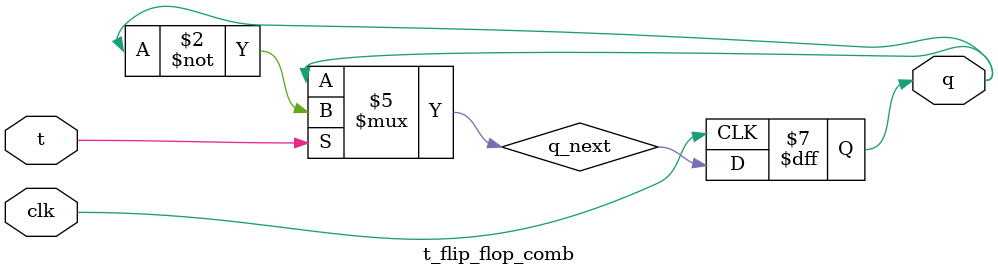
<source format=v>

module t_flip_flop_comb(
    input t, // Toggle input
    input clk, // Clock input
    output reg q // Output
);

reg q_next;

// Determine next state based on the T input and current state
always @(*) begin
    if (t)
        q_next = ~q; // Toggle the output if T input is high
    else
        q_next = q; // Maintain the current state if T input is low
end

// Clocked process to update the output
always @(posedge clk) begin
    q <= q_next;
end

endmodule

</source>
